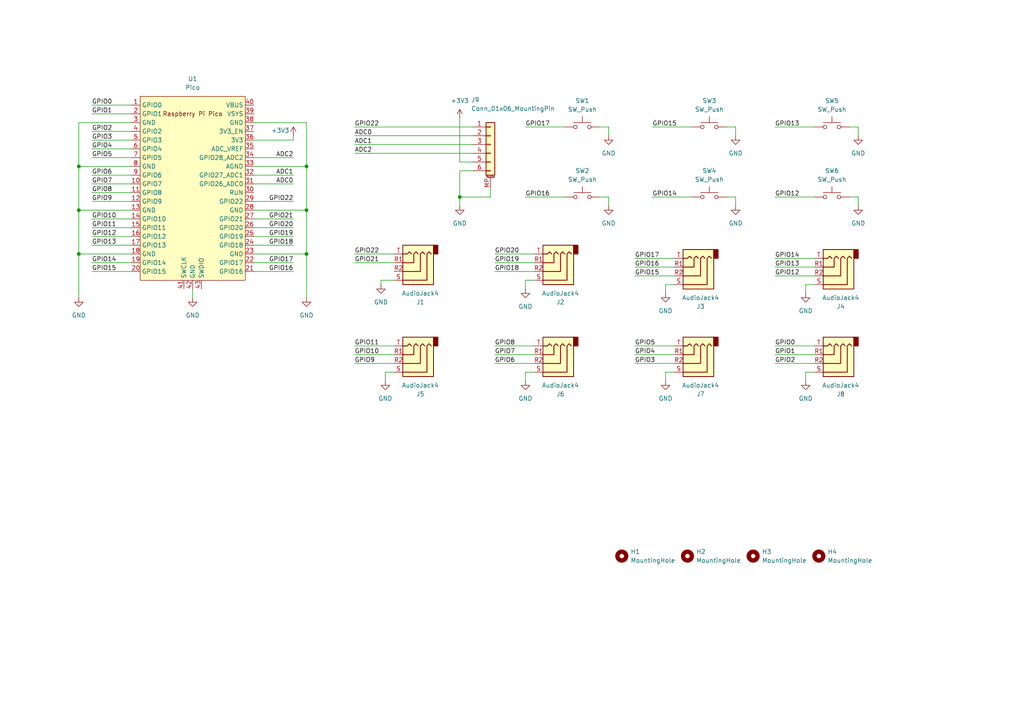
<source format=kicad_sch>
(kicad_sch (version 20231120) (generator "eeschema") (generator_version "8.0")
  (paper "A4")
  (lib_symbols
    (symbol "Connector_Audio:AudioJack4"
      (property "Reference" "J" (at 0 8.89 0))
      (property "Value" "AudioJack4" (at 0 6.35 0))
      (symbol "AudioJack4_0_1"
        (rectangle (start -6.35 -5.08) (end -7.62 -7.62) (stroke (width 0.254)) (fill (type outline)))
        (polyline (pts (xy 0 -5.08) (xy 0.635 -5.715) (xy 1.27 -5.08) (xy 2.54 -5.08)) (stroke (width 0.254)))
        (polyline (pts (xy -5.715 -5.08) (xy -5.08 -5.715) (xy -4.445 -5.08) (xy -4.445 2.54) (xy 2.54 2.54)) (stroke (width 0.254)))
        (polyline (pts (xy -1.905 -5.08) (xy -1.27 -5.715) (xy -0.635 -5.08) (xy -0.635 -2.54) (xy 2.54 -2.54)) (stroke (width 0.254)))
        (polyline (pts (xy 2.54 0) (xy -2.54 0) (xy -2.54 -5.08) (xy -3.175 -5.715) (xy -3.81 -5.08)) (stroke (width 0.254)))
        (rectangle (start 2.54 3.81) (end -6.35 -7.62) (stroke (width 0.254)) (fill (type background)))
      )
      (symbol "AudioJack4_1_1"
        (pin passive line (at 5.08 -2.54 180) (length 2.54) (name "~") (number "R1"))
        (pin passive line (at 5.08 0 180) (length 2.54) (name "~") (number "R2"))
        (pin passive line (at 5.08 2.54 180) (length 2.54) (name "~") (number "S"))
        (pin passive line (at 5.08 -5.08 180) (length 2.54) (name "~") (number "T"))
      )
    )
    (symbol "Connector_Generic_MountingPin:Conn_01x06_MountingPin" (pin_names (offset 1.016) hide)
      (property "Reference" "J" (at 0 7.62 0))
      (property "Value" "Conn_01x06_MountingPin" (at 1.27 -10.16 0))
      (symbol "Conn_01x06_MountingPin_1_1"
        (rectangle (start -1.27 -7.493) (end 0 -7.747) (stroke (width 0.1524)))
        (rectangle (start -1.27 -4.953) (end 0 -5.207) (stroke (width 0.1524)))
        (rectangle (start -1.27 -2.413) (end 0 -2.667) (stroke (width 0.1524)))
        (rectangle (start -1.27 0.127) (end 0 -0.127) (stroke (width 0.1524)))
        (rectangle (start -1.27 2.667) (end 0 2.413) (stroke (width 0.1524)))
        (rectangle (start -1.27 5.207) (end 0 4.953) (stroke (width 0.1524)))
        (rectangle (start -1.27 6.35) (end 1.27 -8.89) (stroke (width 0.254)) (fill (type background)))
        (polyline (pts (xy -1.016 -9.652) (xy 1.016 -9.652)) (stroke (width 0.1524)))
        (text "Mounting" (at 0 -9.271 0) (effects (font (size 0.381 0.381))))
        (pin passive line (at -5.08 5.08 0) (length 3.81) (name "Pin_1") (number "1"))
        (pin passive line (at -5.08 2.54 0) (length 3.81) (name "Pin_2") (number "2"))
        (pin passive line (at -5.08 0 0) (length 3.81) (name "Pin_3") (number "3"))
        (pin passive line (at -5.08 -2.54 0) (length 3.81) (name "Pin_4") (number "4"))
        (pin passive line (at -5.08 -5.08 0) (length 3.81) (name "Pin_5") (number "5"))
        (pin passive line (at -5.08 -7.62 0) (length 3.81) (name "Pin_6") (number "6"))
        (pin passive line (at 0 -12.7 90) (length 3.048) (name "MountPin") (number "MP"))
      )
    )
    (symbol "MCU_RaspberryPi_and_Boards:Pico"
      (property "Reference" "U" (at -13.97 27.94 0))
      (property "Value" "Pico" (at 0 19.05 0))
      (symbol "Pico_0_0"
        (text "Raspberry Pi Pico" (at 0 21.59 0) (effects (font (size 1.27 1.27))))
      )
      (symbol "Pico_0_1"
        (rectangle (start -15.24 26.67) (end 15.24 -26.67) (fill (type background)))
      )
      (symbol "Pico_1_1"
        (pin bidirectional line (at -17.78 24.13 0) (length 2.54) (name "GPIO0") (number "1"))
        (pin bidirectional line (at -17.78 1.27 0) (length 2.54) (name "GPIO7") (number "10"))
        (pin bidirectional line (at -17.78 -1.27 0) (length 2.54) (name "GPIO8") (number "11"))
        (pin bidirectional line (at -17.78 -3.81 0) (length 2.54) (name "GPIO9") (number "12"))
        (pin power_in line (at -17.78 -6.35 0) (length 2.54) (name "GND") (number "13"))
        (pin bidirectional line (at -17.78 -8.89 0) (length 2.54) (name "GPIO10") (number "14"))
        (pin bidirectional line (at -17.78 -11.43 0) (length 2.54) (name "GPIO11") (number "15"))
        (pin bidirectional line (at -17.78 -13.97 0) (length 2.54) (name "GPIO12") (number "16"))
        (pin bidirectional line (at -17.78 -16.51 0) (length 2.54) (name "GPIO13") (number "17"))
        (pin power_in line (at -17.78 -19.05 0) (length 2.54) (name "GND") (number "18"))
        (pin bidirectional line (at -17.78 -21.59 0) (length 2.54) (name "GPIO14") (number "19"))
        (pin bidirectional line (at -17.78 21.59 0) (length 2.54) (name "GPIO1") (number "2"))
        (pin bidirectional line (at -17.78 -24.13 0) (length 2.54) (name "GPIO15") (number "20"))
        (pin bidirectional line (at 17.78 -24.13 180) (length 2.54) (name "GPIO16") (number "21"))
        (pin bidirectional line (at 17.78 -21.59 180) (length 2.54) (name "GPIO17") (number "22"))
        (pin power_in line (at 17.78 -19.05 180) (length 2.54) (name "GND") (number "23"))
        (pin bidirectional line (at 17.78 -16.51 180) (length 2.54) (name "GPIO18") (number "24"))
        (pin bidirectional line (at 17.78 -13.97 180) (length 2.54) (name "GPIO19") (number "25"))
        (pin bidirectional line (at 17.78 -11.43 180) (length 2.54) (name "GPIO20") (number "26"))
        (pin bidirectional line (at 17.78 -8.89 180) (length 2.54) (name "GPIO21") (number "27"))
        (pin power_in line (at 17.78 -6.35 180) (length 2.54) (name "GND") (number "28"))
        (pin bidirectional line (at 17.78 -3.81 180) (length 2.54) (name "GPIO22") (number "29"))
        (pin power_in line (at -17.78 19.05 0) (length 2.54) (name "GND") (number "3"))
        (pin input line (at 17.78 -1.27 180) (length 2.54) (name "RUN") (number "30"))
        (pin bidirectional line (at 17.78 1.27 180) (length 2.54) (name "GPIO26_ADC0") (number "31"))
        (pin bidirectional line (at 17.78 3.81 180) (length 2.54) (name "GPIO27_ADC1") (number "32"))
        (pin power_in line (at 17.78 6.35 180) (length 2.54) (name "AGND") (number "33"))
        (pin bidirectional line (at 17.78 8.89 180) (length 2.54) (name "GPIO28_ADC2") (number "34"))
        (pin power_in line (at 17.78 11.43 180) (length 2.54) (name "ADC_VREF") (number "35"))
        (pin power_in line (at 17.78 13.97 180) (length 2.54) (name "3V3") (number "36"))
        (pin input line (at 17.78 16.51 180) (length 2.54) (name "3V3_EN") (number "37"))
        (pin bidirectional line (at 17.78 19.05 180) (length 2.54) (name "GND") (number "38"))
        (pin power_in line (at 17.78 21.59 180) (length 2.54) (name "VSYS") (number "39"))
        (pin bidirectional line (at -17.78 16.51 0) (length 2.54) (name "GPIO2") (number "4"))
        (pin power_in line (at 17.78 24.13 180) (length 2.54) (name "VBUS") (number "40"))
        (pin input line (at -2.54 -29.21 90) (length 2.54) (name "SWCLK") (number "41"))
        (pin power_in line (at 0 -29.21 90) (length 2.54) (name "GND") (number "42"))
        (pin bidirectional line (at 2.54 -29.21 90) (length 2.54) (name "SWDIO") (number "43"))
        (pin bidirectional line (at -17.78 13.97 0) (length 2.54) (name "GPIO3") (number "5"))
        (pin bidirectional line (at -17.78 11.43 0) (length 2.54) (name "GPIO4") (number "6"))
        (pin bidirectional line (at -17.78 8.89 0) (length 2.54) (name "GPIO5") (number "7"))
        (pin power_in line (at -17.78 6.35 0) (length 2.54) (name "GND") (number "8"))
        (pin bidirectional line (at -17.78 3.81 0) (length 2.54) (name "GPIO6") (number "9"))
      )
    )
    (symbol "Mechanical:MountingHole" (pin_names (offset 1.016)) (exclude_from_sim yes) (in_bom no)
      (property "Reference" "H" (at 0 5.08 0))
      (property "Value" "MountingHole" (at 0 3.175 0))
      (symbol "MountingHole_0_1"
        (circle (center 0 0) (radius 1.27) (stroke (width 1.27)))
      )
    )
    (symbol "Switch:SW_Push" (pin_numbers hide) (pin_names (offset 1.016) hide)
      (property "Reference" "SW" (at 1.27 2.54 0))
      (property "Value" "SW_Push" (at 0 -1.524 0))
      (symbol "SW_Push_0_1"
        (circle (center -2.032 0) (radius 0.508))
        (polyline (pts (xy 0 1.27) (xy 0 3.048)))
        (polyline (pts (xy 2.54 1.27) (xy -2.54 1.27)))
        (circle (center 2.032 0) (radius 0.508))
        (pin passive line (at -5.08 0 0) (length 2.54) (name "1") (number "1"))
        (pin passive line (at 5.08 0 180) (length 2.54) (name "2") (number "2"))
      )
    )
    (symbol "power:+3V3" (power) (pin_numbers hide) (pin_names (offset 0) hide)
      (property "Value" "+3V3" (at 0 3.556 0))
      (symbol "+3V3_0_1"
        (polyline (pts (xy -0.762 1.27) (xy 0 2.54)))
        (polyline (pts (xy 0 0) (xy 0 2.54)))
        (polyline (pts (xy 0 2.54) (xy 0.762 1.27)))
      )
      (symbol "+3V3_1_1"
        (pin power_in line (at 0 0 90) (length 0) (name "~") (number "1"))
      )
    )
    (symbol "power:GND" (power) (pin_numbers hide) (pin_names (offset 0) hide)
      (property "Value" "GND" (at 0 -3.81 0))
      (symbol "GND_0_1"
        (polyline (pts (xy 0 0) (xy 0 -1.27) (xy 1.27 -1.27) (xy 0 -2.54) (xy -1.27 -1.27) (xy 0 -1.27)))
      )
      (symbol "GND_1_1"
        (pin power_in line (at 0 0 270) (length 0) (name "~") (number "1"))
      )
    )
  )
  (junction (at 133.35 57.15))
  (junction (at 22.86 60.96))
  (junction (at 88.9 60.96))
  (junction (at 88.9 73.66))
  (junction (at 22.86 48.26))
  (junction (at 22.86 73.66))
  (junction (at 88.9 48.26))
  (wire (pts (xy 38.1 38.1) (xy 26.67 38.1)))
  (wire (pts (xy 114.3 81.28) (xy 110.49 81.28)))
  (wire (pts (xy 73.66 78.74) (xy 85.09 78.74)))
  (wire (pts (xy 236.22 82.55) (xy 233.68 82.55)))
  (wire (pts (xy 142.24 54.61) (xy 142.24 57.15)))
  (wire (pts (xy 233.68 82.55) (xy 233.68 85.09)))
  (wire (pts (xy 88.9 86.36) (xy 88.9 73.66)))
  (wire (pts (xy 114.3 105.41) (xy 102.87 105.41)))
  (wire (pts (xy 102.87 100.33) (xy 114.3 100.33)))
  (wire (pts (xy 102.87 39.37) (xy 137.16 39.37)))
  (wire (pts (xy 38.1 66.04) (xy 26.67 66.04)))
  (wire (pts (xy 102.87 44.45) (xy 137.16 44.45)))
  (wire (pts (xy 73.66 68.58) (xy 85.09 68.58)))
  (wire (pts (xy 73.66 58.42) (xy 85.09 58.42)))
  (wire (pts (xy 193.04 85.09) (xy 193.04 82.55)))
  (wire (pts (xy 88.9 60.96) (xy 88.9 48.26)))
  (wire (pts (xy 38.1 45.72) (xy 26.67 45.72)))
  (wire (pts (xy 102.87 73.66) (xy 114.3 73.66)))
  (wire (pts (xy 184.15 80.01) (xy 195.58 80.01)))
  (wire (pts (xy 102.87 102.87) (xy 114.3 102.87)))
  (wire (pts (xy 142.24 57.15) (xy 133.35 57.15)))
  (wire (pts (xy 38.1 76.2) (xy 26.67 76.2)))
  (wire (pts (xy 210.82 57.15) (xy 213.36 57.15)))
  (wire (pts (xy 22.86 60.96) (xy 38.1 60.96)))
  (wire (pts (xy 38.1 71.12) (xy 26.67 71.12)))
  (wire (pts (xy 152.4 107.95) (xy 152.4 110.49)))
  (wire (pts (xy 143.51 102.87) (xy 154.94 102.87)))
  (wire (pts (xy 236.22 102.87) (xy 224.79 102.87)))
  (wire (pts (xy 26.67 55.88) (xy 38.1 55.88)))
  (wire (pts (xy 102.87 41.91) (xy 137.16 41.91)))
  (wire (pts (xy 210.82 36.83) (xy 213.36 36.83)))
  (wire (pts (xy 152.4 36.83) (xy 163.83 36.83)))
  (wire (pts (xy 88.9 48.26) (xy 73.66 48.26)))
  (wire (pts (xy 154.94 107.95) (xy 152.4 107.95)))
  (wire (pts (xy 143.51 100.33) (xy 154.94 100.33)))
  (wire (pts (xy 143.51 78.74) (xy 154.94 78.74)))
  (wire (pts (xy 73.66 53.34) (xy 85.09 53.34)))
  (wire (pts (xy 38.1 30.48) (xy 26.67 30.48)))
  (wire (pts (xy 133.35 59.69) (xy 133.35 57.15)))
  (wire (pts (xy 224.79 105.41) (xy 236.22 105.41)))
  (wire (pts (xy 213.36 36.83) (xy 213.36 39.37)))
  (wire (pts (xy 38.1 43.18) (xy 26.67 43.18)))
  (wire (pts (xy 133.35 46.99) (xy 137.16 46.99)))
  (wire (pts (xy 88.9 60.96) (xy 73.66 60.96)))
  (wire (pts (xy 173.99 57.15) (xy 176.53 57.15)))
  (wire (pts (xy 88.9 73.66) (xy 88.9 60.96)))
  (wire (pts (xy 73.66 50.8) (xy 85.09 50.8)))
  (wire (pts (xy 143.51 76.2) (xy 154.94 76.2)))
  (wire (pts (xy 88.9 73.66) (xy 73.66 73.66)))
  (wire (pts (xy 38.1 78.74) (xy 26.67 78.74)))
  (wire (pts (xy 224.79 80.01) (xy 236.22 80.01)))
  (wire (pts (xy 114.3 107.95) (xy 111.76 107.95)))
  (wire (pts (xy 193.04 82.55) (xy 195.58 82.55)))
  (wire (pts (xy 88.9 48.26) (xy 88.9 35.56)))
  (wire (pts (xy 152.4 57.15) (xy 163.83 57.15)))
  (wire (pts (xy 195.58 105.41) (xy 184.15 105.41)))
  (wire (pts (xy 111.76 107.95) (xy 111.76 110.49)))
  (wire (pts (xy 189.23 57.15) (xy 200.66 57.15)))
  (wire (pts (xy 22.86 86.36) (xy 22.86 73.66)))
  (wire (pts (xy 38.1 40.64) (xy 26.67 40.64)))
  (wire (pts (xy 184.15 77.47) (xy 195.58 77.47)))
  (wire (pts (xy 189.23 36.83) (xy 200.66 36.83)))
  (wire (pts (xy 73.66 76.2) (xy 85.09 76.2)))
  (wire (pts (xy 102.87 36.83) (xy 137.16 36.83)))
  (wire (pts (xy 224.79 74.93) (xy 236.22 74.93)))
  (wire (pts (xy 246.38 36.83) (xy 248.92 36.83)))
  (wire (pts (xy 248.92 36.83) (xy 248.92 39.37)))
  (wire (pts (xy 152.4 81.28) (xy 152.4 83.82)))
  (wire (pts (xy 184.15 102.87) (xy 195.58 102.87)))
  (wire (pts (xy 143.51 73.66) (xy 154.94 73.66)))
  (wire (pts (xy 88.9 35.56) (xy 73.66 35.56)))
  (wire (pts (xy 193.04 107.95) (xy 195.58 107.95)))
  (wire (pts (xy 22.86 48.26) (xy 38.1 48.26)))
  (wire (pts (xy 176.53 57.15) (xy 176.53 59.69)))
  (wire (pts (xy 154.94 81.28) (xy 152.4 81.28)))
  (wire (pts (xy 73.66 63.5) (xy 85.09 63.5)))
  (wire (pts (xy 248.92 57.15) (xy 248.92 59.69)))
  (wire (pts (xy 233.68 107.95) (xy 233.68 110.49)))
  (wire (pts (xy 224.79 100.33) (xy 236.22 100.33)))
  (wire (pts (xy 38.1 50.8) (xy 26.67 50.8)))
  (wire (pts (xy 133.35 57.15) (xy 133.35 49.53)))
  (wire (pts (xy 224.79 57.15) (xy 236.22 57.15)))
  (wire (pts (xy 236.22 107.95) (xy 233.68 107.95)))
  (wire (pts (xy 73.66 71.12) (xy 85.09 71.12)))
  (wire (pts (xy 173.99 36.83) (xy 176.53 36.83)))
  (wire (pts (xy 22.86 73.66) (xy 38.1 73.66)))
  (wire (pts (xy 22.86 60.96) (xy 22.86 48.26)))
  (wire (pts (xy 38.1 68.58) (xy 26.67 68.58)))
  (wire (pts (xy 143.51 105.41) (xy 154.94 105.41)))
  (wire (pts (xy 133.35 49.53) (xy 137.16 49.53)))
  (wire (pts (xy 133.35 34.29) (xy 133.35 46.99)))
  (wire (pts (xy 38.1 63.5) (xy 26.67 63.5)))
  (wire (pts (xy 184.15 100.33) (xy 195.58 100.33)))
  (wire (pts (xy 38.1 33.02) (xy 26.67 33.02)))
  (wire (pts (xy 22.86 35.56) (xy 38.1 35.56)))
  (wire (pts (xy 176.53 36.83) (xy 176.53 39.37)))
  (wire (pts (xy 224.79 36.83) (xy 236.22 36.83)))
  (wire (pts (xy 85.09 39.37) (xy 85.09 40.64)))
  (wire (pts (xy 246.38 57.15) (xy 248.92 57.15)))
  (wire (pts (xy 102.87 76.2) (xy 114.3 76.2)))
  (wire (pts (xy 213.36 57.15) (xy 213.36 59.69)))
  (wire (pts (xy 224.79 77.47) (xy 236.22 77.47)))
  (wire (pts (xy 193.04 110.49) (xy 193.04 107.95)))
  (wire (pts (xy 73.66 66.04) (xy 85.09 66.04)))
  (wire (pts (xy 55.88 83.82) (xy 55.88 86.36)))
  (wire (pts (xy 85.09 40.64) (xy 73.66 40.64)))
  (wire (pts (xy 184.15 74.93) (xy 195.58 74.93)))
  (wire (pts (xy 38.1 58.42) (xy 26.67 58.42)))
  (wire (pts (xy 73.66 45.72) (xy 85.09 45.72)))
  (wire (pts (xy 38.1 53.34) (xy 26.67 53.34)))
  (wire (pts (xy 110.49 81.28) (xy 110.49 82.55)))
  (wire (pts (xy 22.86 73.66) (xy 22.86 60.96)))
  (wire (pts (xy 22.86 48.26) (xy 22.86 35.56)))
  (label "GPIO16" (at 184.15 77.47 0))
  (label "GPIO22" (at 102.87 73.66 0))
  (label "GPIO13" (at 224.79 77.47 0))
  (label "GPIO7" (at 143.51 102.87 0))
  (label "GPIO16" (at 85.09 78.74 180))
  (label "GPIO12" (at 224.79 57.15 0))
  (label "ADC1" (at 85.09 50.8 180))
  (label "GPIO15" (at 184.15 80.01 0))
  (label "GPIO6" (at 143.51 105.41 0))
  (label "GPIO8" (at 26.67 55.88 0))
  (label "GPIO17" (at 85.09 76.2 180))
  (label "ADC2" (at 85.09 45.72 180))
  (label "GPIO10" (at 26.67 63.5 0))
  (label "GPIO22" (at 102.87 36.83 0))
  (label "GPIO15" (at 26.67 78.74 0))
  (label "GPIO11" (at 26.67 66.04 0))
  (label "GPIO21" (at 102.87 76.2 0))
  (label "ADC0" (at 85.09 53.34 180))
  (label "GPIO8" (at 143.51 100.33 0))
  (label "GPIO10" (at 102.87 102.87 0))
  (label "GPIO7" (at 26.67 53.34 0))
  (label "ADC2" (at 102.87 44.45 0))
  (label "GPIO4" (at 184.15 102.87 0))
  (label "GPIO3" (at 184.15 105.41 0))
  (label "GPIO4" (at 26.67 43.18 0))
  (label "GPIO0" (at 26.67 30.48 0))
  (label "GPIO12" (at 224.79 80.01 0))
  (label "GPIO1" (at 224.79 102.87 0))
  (label "GPIO14" (at 189.23 57.15 0))
  (label "ADC0" (at 102.87 39.37 0))
  (label "GPIO6" (at 26.67 50.8 0))
  (label "GPIO18" (at 143.51 78.74 0))
  (label "GPIO13" (at 224.79 36.83 0))
  (label "GPIO14" (at 224.79 74.93 0))
  (label "GPIO11" (at 102.87 100.33 0))
  (label "GPIO18" (at 85.09 71.12 180))
  (label "GPIO5" (at 26.67 45.72 0))
  (label "GPIO19" (at 143.51 76.2 0))
  (label "GPIO9" (at 26.67 58.42 0))
  (label "GPIO15" (at 189.23 36.83 0))
  (label "GPIO16" (at 152.4 57.15 0))
  (label "GPIO17" (at 152.4 36.83 0))
  (label "GPIO19" (at 85.09 68.58 180))
  (label "GPIO9" (at 102.87 105.41 0))
  (label "GPIO2" (at 26.67 38.1 0))
  (label "ADC1" (at 102.87 41.91 0))
  (label "GPIO1" (at 26.67 33.02 0))
  (label "GPIO22" (at 85.09 58.42 180))
  (label "GPIO14" (at 26.67 76.2 0))
  (label "GPIO20" (at 85.09 66.04 180))
  (label "GPIO21" (at 85.09 63.5 180))
  (label "GPIO5" (at 184.15 100.33 0))
  (label "GPIO20" (at 143.51 73.66 0))
  (label "GPIO0" (at 224.79 100.33 0))
  (label "GPIO2" (at 224.79 105.41 0))
  (label "GPIO3" (at 26.67 40.64 0))
  (label "GPIO13" (at 26.67 71.12 0))
  (label "GPIO17" (at 184.15 74.93 0))
  (label "GPIO12" (at 26.67 68.58 0))
  (symbol (lib_id "Switch:SW_Push") (at 205.74 57.15 0) (unit 1)
    (property "Reference" "SW4" (at 205.74 49.53 0))
    (property "Value" "SW_Push" (at 205.74 52.07 0))
    (property "Footprint" "Audio-jacks Libraries:SW_PUSH_combined_6mm" (effects (hide yes)))
    (property "Description" "Push button switch, generic, two pins" (effects (hide yes)))
  )
  (symbol (lib_id "power:GND") (at 176.53 39.37 0) (unit 1)
    (property "Reference" "#PWR023" (effects (hide yes)))
    (property "Value" "GND" (at 176.53 44.45 0))
    (property "Description" "Power symbol creates a global label with name \"GND\" , ground" (effects (hide yes)))
  )
  (symbol (lib_id "Connector_Audio:AudioJack4") (at 160.02 105.41 180) (unit 1)
    (property "Reference" "J6" (at 162.56 114.3 0))
    (property "Value" "AudioJack4" (at 162.56 111.76 0))
    (property "Footprint" "Audio-jacks Libraries:SJ2_SJ3_combined" (effects (hide yes)))
    (property "Description" "Audio Jack, 4 Poles (TRRS)" (effects (hide yes)))
  )
  (symbol (lib_id "Switch:SW_Push") (at 241.3 36.83 0) (unit 1)
    (property "Reference" "SW5" (at 241.3 29.21 0))
    (property "Value" "SW_Push" (at 241.3 31.75 0))
    (property "Footprint" "Audio-jacks Libraries:SW_PUSH_combined_6mm" (effects (hide yes)))
    (property "Description" "Push button switch, generic, two pins" (effects (hide yes)))
  )
  (symbol (lib_id "Connector_Generic_MountingPin:Conn_01x06_MountingPin") (at 142.24 41.91 0) (unit 1)
    (property "Reference" "J9" (at 136.652 28.956 0) (effects (justify left)))
    (property "Value" "Conn_01x06_MountingPin" (at 136.652 31.496 0) (effects (justify left)))
    (property "Description" "Generic connectable mounting pin connector, single row, 01x06, script generated (kicad-library-utils/schlib/autogen/connector/)" (effects (hide yes)))
  )
  (symbol (lib_id "MCU_RaspberryPi_and_Boards:Pico") (at 55.88 54.61 0) (unit 1)
    (property "Reference" "U1" (at 55.88 22.86 0))
    (property "Value" "Pico" (at 55.88 25.4 0))
    (property "Footprint" "MCU_RaspberryPi_and_Boards:RPi_Pico_SMD_TH" (effects (hide yes)))
  )
  (symbol (lib_id "power:GND") (at 248.92 39.37 0) (unit 1)
    (property "Reference" "#PWR03" (effects (hide yes)))
    (property "Value" "GND" (at 248.92 44.45 0))
    (property "Description" "Power symbol creates a global label with name \"GND\" , ground" (effects (hide yes)))
  )
  (symbol (lib_id "power:GND") (at 233.68 85.09 0) (mirror y) (unit 1)
    (property "Reference" "#PWR011" (effects (hide yes)))
    (property "Value" "GND" (at 233.68 90.17 0))
    (property "Description" "Power symbol creates a global label with name \"GND\" , ground" (effects (hide yes)))
  )
  (symbol (lib_id "Switch:SW_Push") (at 205.74 36.83 0) (unit 1)
    (property "Reference" "SW3" (at 205.74 29.21 0))
    (property "Value" "SW_Push" (at 205.74 31.75 0))
    (property "Footprint" "Audio-jacks Libraries:SW_PUSH_combined_6mm" (effects (hide yes)))
    (property "Description" "Push button switch, generic, two pins" (effects (hide yes)))
  )
  (symbol (lib_id "Mechanical:MountingHole") (at 199.39 161.29 0) (unit 1) (exclude_from_sim yes) (in_bom no)
    (property "Reference" "H2" (at 201.93 160.0199 0) (effects (justify left)))
    (property "Value" "MountingHole" (at 201.93 162.5599 0) (effects (justify left)))
    (property "Footprint" "MountingHole:MountingHole_3.2mm_M3" (effects (hide yes)))
    (property "Description" "Mounting Hole without connection" (effects (hide yes)))
  )
  (symbol (lib_id "Connector_Audio:AudioJack4") (at 241.3 105.41 180) (unit 1)
    (property "Reference" "J8" (at 243.84 114.3 0))
    (property "Value" "AudioJack4" (at 243.84 111.76 0))
    (property "Footprint" "Audio-jacks Libraries:SJ2_SJ3_combined" (effects (hide yes)))
    (property "Description" "Audio Jack, 4 Poles (TRRS)" (effects (hide yes)))
  )
  (symbol (lib_id "power:GND") (at 133.35 59.69 0) (mirror y) (unit 1)
    (property "Reference" "#PWR028" (effects (hide yes)))
    (property "Value" "GND" (at 133.35 64.77 0))
    (property "Description" "Power symbol creates a global label with name \"GND\" , ground" (effects (hide yes)))
  )
  (symbol (lib_id "Mechanical:MountingHole") (at 218.44 161.29 0) (unit 1) (exclude_from_sim yes) (in_bom no)
    (property "Reference" "H3" (at 220.98 160.0199 0) (effects (justify left)))
    (property "Value" "MountingHole" (at 220.98 162.5599 0) (effects (justify left)))
    (property "Footprint" "MountingHole:MountingHole_3.2mm_M3" (effects (hide yes)))
    (property "Description" "Mounting Hole without connection" (effects (hide yes)))
  )
  (symbol (lib_id "Connector_Audio:AudioJack4") (at 160.02 78.74 180) (unit 1)
    (property "Reference" "J2" (at 162.56 87.63 0))
    (property "Value" "AudioJack4" (at 162.56 85.09 0))
    (property "Footprint" "Audio-jacks Libraries:SJ2_SJ3_combined" (effects (hide yes)))
    (property "Description" "Audio Jack, 4 Poles (TRRS)" (effects (hide yes)))
  )
  (symbol (lib_id "power:GND") (at 248.92 59.69 0) (unit 1)
    (property "Reference" "#PWR05" (effects (hide yes)))
    (property "Value" "GND" (at 248.92 64.77 0))
    (property "Description" "Power symbol creates a global label with name \"GND\" , ground" (effects (hide yes)))
  )
  (symbol (lib_id "Mechanical:MountingHole") (at 237.49 161.29 0) (unit 1) (exclude_from_sim yes) (in_bom no)
    (property "Reference" "H4" (at 240.03 160.0199 0) (effects (justify left)))
    (property "Value" "MountingHole" (at 240.03 162.5599 0) (effects (justify left)))
    (property "Footprint" "MountingHole:MountingHole_3.2mm_M3" (effects (hide yes)))
    (property "Description" "Mounting Hole without connection" (effects (hide yes)))
  )
  (symbol (lib_id "Connector_Audio:AudioJack4") (at 119.38 105.41 180) (unit 1)
    (property "Reference" "J5" (at 121.92 114.3 0))
    (property "Value" "AudioJack4" (at 121.92 111.76 0))
    (property "Footprint" "Audio-jacks Libraries:SJ2_SJ3_combined" (effects (hide yes)))
    (property "Description" "Audio Jack, 4 Poles (TRRS)" (effects (hide yes)))
  )
  (symbol (lib_id "power:+3V3") (at 85.09 39.37 0) (unit 1)
    (property "Reference" "#PWR020" (effects (hide yes)))
    (property "Value" "+3V3" (at 81.28 37.846 0))
    (property "Description" "Power symbol creates a global label with name \"+3V3\"" (effects (hide yes)))
  )
  (symbol (lib_id "Switch:SW_Push") (at 168.91 57.15 0) (unit 1)
    (property "Reference" "SW2" (at 168.91 49.53 0))
    (property "Value" "SW_Push" (at 168.91 52.07 0))
    (property "Footprint" "Audio-jacks Libraries:SW_PUSH_combined_6mm" (effects (hide yes)))
    (property "Description" "Push button switch, generic, two pins" (effects (hide yes)))
  )
  (symbol (lib_id "power:GND") (at 152.4 110.49 0) (mirror y) (unit 1)
    (property "Reference" "#PWR014" (effects (hide yes)))
    (property "Value" "GND" (at 152.4 115.57 0))
    (property "Description" "Power symbol creates a global label with name \"GND\" , ground" (effects (hide yes)))
  )
  (symbol (lib_id "power:GND") (at 152.4 83.82 0) (mirror y) (unit 1)
    (property "Reference" "#PWR09" (effects (hide yes)))
    (property "Value" "GND" (at 152.4 88.9 0))
    (property "Description" "Power symbol creates a global label with name \"GND\" , ground" (effects (hide yes)))
  )
  (symbol (lib_id "Connector_Audio:AudioJack4") (at 200.66 80.01 180) (unit 1)
    (property "Reference" "J3" (at 203.2 88.9 0))
    (property "Value" "AudioJack4" (at 203.2 86.36 0))
    (property "Footprint" "Audio-jacks Libraries:SJ2_SJ3_combined" (effects (hide yes)))
    (property "Description" "Audio Jack, 4 Poles (TRRS)" (effects (hide yes)))
  )
  (symbol (lib_id "Mechanical:MountingHole") (at 180.34 161.29 0) (unit 1) (exclude_from_sim yes) (in_bom no)
    (property "Reference" "H1" (at 182.88 160.0199 0) (effects (justify left)))
    (property "Value" "MountingHole" (at 182.88 162.5599 0) (effects (justify left)))
    (property "Footprint" "MountingHole:MountingHole_3.2mm_M3" (effects (hide yes)))
    (property "Description" "Mounting Hole without connection" (effects (hide yes)))
  )
  (symbol (lib_id "power:+3V3") (at 133.35 34.29 0) (unit 1)
    (property "Reference" "#PWR06" (effects (hide yes)))
    (property "Value" "+3V3" (at 133.35 29.21 0))
    (property "Description" "Power symbol creates a global label with name \"+3V3\"" (effects (hide yes)))
  )
  (symbol (lib_id "power:GND") (at 193.04 110.49 0) (unit 1)
    (property "Reference" "#PWR015" (effects (hide yes)))
    (property "Value" "GND" (at 193.04 115.57 0))
    (property "Description" "Power symbol creates a global label with name \"GND\" , ground" (effects (hide yes)))
  )
  (symbol (lib_id "power:GND") (at 176.53 59.69 0) (unit 1)
    (property "Reference" "#PWR021" (effects (hide yes)))
    (property "Value" "GND" (at 176.53 64.77 0))
    (property "Description" "Power symbol creates a global label with name \"GND\" , ground" (effects (hide yes)))
  )
  (symbol (lib_id "power:GND") (at 110.49 82.55 0) (mirror y) (unit 1)
    (property "Reference" "#PWR04" (effects (hide yes)))
    (property "Value" "GND" (at 110.49 87.63 0))
    (property "Description" "Power symbol creates a global label with name \"GND\" , ground" (effects (hide yes)))
  )
  (symbol (lib_id "power:GND") (at 22.86 86.36 0) (unit 1)
    (property "Reference" "#PWR01" (effects (hide yes)))
    (property "Value" "GND" (at 22.86 91.44 0))
    (property "Description" "Power symbol creates a global label with name \"GND\" , ground" (effects (hide yes)))
  )
  (symbol (lib_id "power:GND") (at 55.88 86.36 0) (unit 1)
    (property "Reference" "#PWR07" (effects (hide yes)))
    (property "Value" "GND" (at 55.88 91.44 0))
    (property "Description" "Power symbol creates a global label with name \"GND\" , ground" (effects (hide yes)))
  )
  (symbol (lib_id "Switch:SW_Push") (at 168.91 36.83 0) (unit 1)
    (property "Reference" "SW1" (at 168.91 29.21 0))
    (property "Value" "SW_Push" (at 168.91 31.75 0))
    (property "Footprint" "Audio-jacks Libraries:SW_PUSH_combined_6mm" (effects (hide yes)))
    (property "Description" "Push button switch, generic, two pins" (effects (hide yes)))
  )
  (symbol (lib_id "power:GND") (at 111.76 110.49 0) (mirror y) (unit 1)
    (property "Reference" "#PWR012" (effects (hide yes)))
    (property "Value" "GND" (at 111.76 115.57 0))
    (property "Description" "Power symbol creates a global label with name \"GND\" , ground" (effects (hide yes)))
  )
  (symbol (lib_id "Connector_Audio:AudioJack4") (at 119.38 78.74 180) (unit 1)
    (property "Reference" "J1" (at 121.92 87.63 0))
    (property "Value" "AudioJack4" (at 121.92 85.09 0))
    (property "Footprint" "Audio-jacks Libraries:SJ2_SJ3_combined" (effects (hide yes)))
    (property "Description" "Audio Jack, 4 Poles (TRRS)" (effects (hide yes)))
  )
  (symbol (lib_id "Switch:SW_Push") (at 241.3 57.15 0) (unit 1)
    (property "Reference" "SW6" (at 241.3 49.53 0))
    (property "Value" "SW_Push" (at 241.3 52.07 0))
    (property "Footprint" "Audio-jacks Libraries:SW_PUSH_combined_6mm" (effects (hide yes)))
    (property "Description" "Push button switch, generic, two pins" (effects (hide yes)))
  )
  (symbol (lib_id "Connector_Audio:AudioJack4") (at 200.66 105.41 180) (unit 1)
    (property "Reference" "J7" (at 203.2 114.3 0))
    (property "Value" "AudioJack4" (at 203.2 111.76 0))
    (property "Footprint" "Audio-jacks Libraries:SJ2_SJ3_combined" (effects (hide yes)))
    (property "Description" "Audio Jack, 4 Poles (TRRS)" (effects (hide yes)))
  )
  (symbol (lib_id "Connector_Audio:AudioJack4") (at 241.3 80.01 180) (unit 1)
    (property "Reference" "J4" (at 243.84 88.9 0))
    (property "Value" "AudioJack4" (at 243.84 86.36 0))
    (property "Footprint" "Audio-jacks Libraries:SJ2_SJ3_combined" (effects (hide yes)))
    (property "Description" "Audio Jack, 4 Poles (TRRS)" (effects (hide yes)))
  )
  (symbol (lib_id "power:GND") (at 233.68 110.49 0) (mirror y) (unit 1)
    (property "Reference" "#PWR016" (effects (hide yes)))
    (property "Value" "GND" (at 233.68 115.57 0))
    (property "Description" "Power symbol creates a global label with name \"GND\" , ground" (effects (hide yes)))
  )
  (symbol (lib_id "power:GND") (at 213.36 39.37 0) (unit 1)
    (property "Reference" "#PWR025" (effects (hide yes)))
    (property "Value" "GND" (at 213.36 44.45 0))
    (property "Description" "Power symbol creates a global label with name \"GND\" , ground" (effects (hide yes)))
  )
  (symbol (lib_id "power:GND") (at 193.04 85.09 0) (mirror y) (unit 1)
    (property "Reference" "#PWR010" (effects (hide yes)))
    (property "Value" "GND" (at 193.04 90.17 0))
    (property "Description" "Power symbol creates a global label with name \"GND\" , ground" (effects (hide yes)))
  )
  (symbol (lib_id "power:GND") (at 213.36 59.69 0) (unit 1)
    (property "Reference" "#PWR019" (effects (hide yes)))
    (property "Value" "GND" (at 213.36 64.77 0))
    (property "Description" "Power symbol creates a global label with name \"GND\" , ground" (effects (hide yes)))
  )
  (symbol (lib_id "power:GND") (at 88.9 86.36 0) (mirror y) (unit 1)
    (property "Reference" "#PWR02" (effects (hide yes)))
    (property "Value" "GND" (at 88.9 91.44 0))
    (property "Description" "Power symbol creates a global label with name \"GND\" , ground" (effects (hide yes)))
  )
)
</source>
